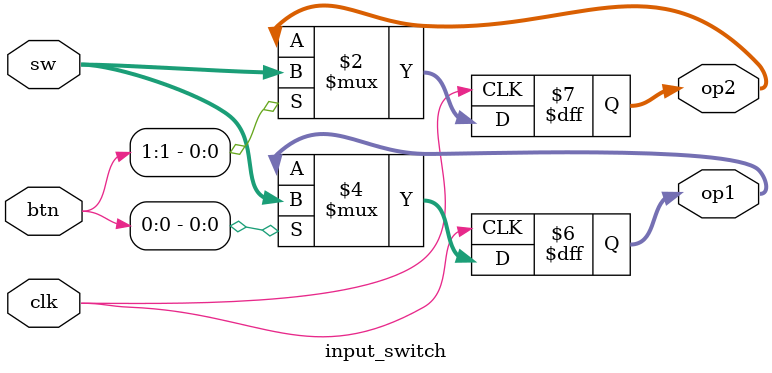
<source format=v>
`timescale 1ns / 1ps


module input_switch(
    input clk,                // Clock signal
    input [1:0] btn,          // Buttons for selecting which operand to update
    input [7:0] sw,           // Switch input for data
    output reg [7:0] op1,     // Operand 1 output
    output reg [7:0] op2      // Operand 2 output
);

    always @(posedge clk) begin
        if (btn[0]) op1 <= sw; // Update `op1` if `btn[0]` is pressed
        if (btn[1]) op2 <= sw; // Update `op2` if `btn[1]` is pressed
    end

endmodule


</source>
